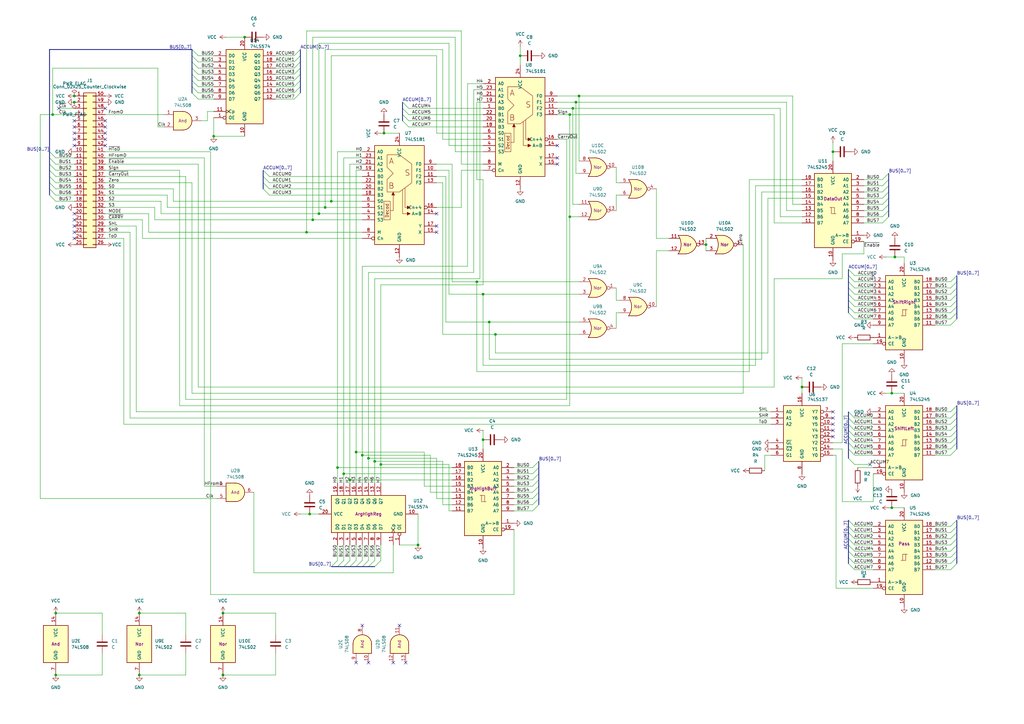
<source format=kicad_sch>
(kicad_sch (version 20250114) (generator "eeschema") (generator_version "9.0")
  (paper "A3")
  (title_block (title "ALU Module CPU8/16") (date "20/10/2025") (rev "1.0.0"))
  (junction (at 156.21 190.5))
  (junction (at 100.33 15.24))
  (junction (at 30.48 39.37))
  (junction (at 365.76 208.28))
  (junction (at 87.63 55.88))
  (junction (at 130.81 87.63))
  (junction (at 151.13 187.96))
  (junction (at 22.86 251.46))
  (junction (at 367.03 105.41))
  (junction (at 21.59 46.99))
  (junction (at 203.2 137.16))
  (junction (at 30.48 41.91))
  (junction (at 133.35 85.09))
  (junction (at 198.12 120.65))
  (junction (at 157.48 54.61))
  (junction (at 233.68 46.99))
  (junction (at 234.95 44.45))
  (junction (at 365.76 161.29))
  (junction (at 153.67 189.23))
  (junction (at 341.63 62.23))
  (junction (at 57.15 251.46))
  (junction (at 22.86 276.86))
  (junction (at 146.05 185.42))
  (junction (at 140.97 194.31))
  (junction (at 200.66 132.08))
  (junction (at 237.49 39.37))
  (junction (at 138.43 191.77))
  (junction (at 128.27 90.17))
  (junction (at 135.89 82.55))
  (junction (at 328.93 158.75))
  (junction (at 171.45 223.52))
  (junction (at 213.36 22.86))
  (junction (at 198.12 180.34))
  (junction (at 143.51 196.85))
  (junction (at 195.58 115.57))
  (junction (at 236.22 41.91))
  (junction (at 233.68 88.9))
  (junction (at 127 210.82))
  (junction (at 91.44 276.86))
  (junction (at 57.15 276.86))
  (junction (at 125.73 95.25))
  (junction (at 289.56 100.33))
  (junction (at 91.44 251.46))
  (junction (at 148.59 186.69))
  (no_connect (at 30.48 54.61))
  (no_connect (at 43.18 44.45))
  (no_connect (at 30.48 87.63))
  (no_connect (at 43.18 49.53))
  (no_connect (at 341.63 176.53))
  (no_connect (at 24.13 44.45))
  (no_connect (at 179.07 92.71))
  (no_connect (at 341.63 168.91))
  (no_connect (at 228.6 59.69))
  (no_connect (at 43.18 54.61))
  (no_connect (at 30.48 90.17))
  (no_connect (at 151.13 271.78))
  (no_connect (at 30.48 57.15))
  (no_connect (at 30.48 59.69))
  (no_connect (at 43.18 57.15))
  (no_connect (at 30.48 97.79))
  (no_connect (at 341.63 171.45))
  (no_connect (at 30.48 49.53))
  (no_connect (at 358.14 113.03))
  (no_connect (at 341.63 179.07))
  (no_connect (at 163.83 256.54))
  (no_connect (at 148.59 256.54))
  (no_connect (at 356.87 190.5))
  (no_connect (at 43.18 59.69))
  (no_connect (at 30.48 52.07))
  (no_connect (at 166.37 271.78))
  (no_connect (at 228.6 64.77))
  (no_connect (at 161.29 271.78))
  (no_connect (at 30.48 92.71))
  (no_connect (at 43.18 52.07))
  (no_connect (at 179.07 95.25))
  (no_connect (at 30.48 95.25))
  (no_connect (at 179.07 87.63))
  (no_connect (at 146.05 271.78))
  (no_connect (at 341.63 173.99))
  (no_connect (at 228.6 67.31))
  (bus_entry (at 347.98 120.65) (size 2.54 2.54))
  (bus_entry (at 392.43 115.57) (size -2.54 2.54))
  (bus_entry (at 347.98 171.45) (size 2.54 2.54))
  (bus_entry (at 78.74 38.1) (size 2.54 2.54))
  (bus_entry (at 78.74 33.02) (size 2.54 2.54))
  (bus_entry (at 347.98 213.36) (size 2.54 2.54))
  (bus_entry (at 20.32 74.93) (size 2.54 2.54))
  (bus_entry (at 392.43 218.44) (size -2.54 2.54))
  (bus_entry (at 392.43 223.52) (size -2.54 2.54))
  (bus_entry (at 392.43 231.14) (size -2.54 2.54))
  (bus_entry (at 20.32 67.31) (size 2.54 2.54))
  (bus_entry (at 364.49 71.12) (size -2.54 2.54))
  (bus_entry (at 78.74 35.56) (size 2.54 2.54))
  (bus_entry (at 107.95 69.85) (size 2.54 2.54))
  (bus_entry (at 364.49 88.9) (size -2.54 2.54))
  (bus_entry (at 347.98 223.52) (size 2.54 2.54))
  (bus_entry (at 220.98 199.39) (size -2.54 2.54))
  (bus_entry (at 347.98 184.15) (size 2.54 2.54))
  (bus_entry (at 165.1 41.91) (size 2.54 2.54))
  (bus_entry (at 20.32 80.01) (size 2.54 2.54))
  (bus_entry (at 364.49 86.36) (size -2.54 2.54))
  (bus_entry (at 392.43 113.03) (size -2.54 2.54))
  (bus_entry (at 107.95 74.93) (size 2.54 2.54))
  (bus_entry (at 347.98 218.44) (size 2.54 2.54))
  (bus_entry (at 78.74 20.32) (size 2.54 2.54))
  (bus_entry (at 123.19 38.1) (size -2.54 2.54))
  (bus_entry (at 20.32 72.39) (size 2.54 2.54))
  (bus_entry (at 347.98 123.19) (size 2.54 2.54))
  (bus_entry (at 392.43 128.27) (size -2.54 2.54))
  (bus_entry (at 347.98 173.99) (size 2.54 2.54))
  (bus_entry (at 220.98 207.01) (size -2.54 2.54))
  (bus_entry (at 347.98 226.06) (size 2.54 2.54))
  (bus_entry (at 20.32 69.85) (size 2.54 2.54))
  (bus_entry (at 135.89 232.41) (size 2.54 -2.54))
  (bus_entry (at 392.43 176.53) (size -2.54 2.54))
  (bus_entry (at 347.98 179.07) (size 2.54 2.54))
  (bus_entry (at 123.19 35.56) (size -2.54 2.54))
  (bus_entry (at 392.43 130.81) (size -2.54 2.54))
  (bus_entry (at 153.67 232.41) (size 2.54 -2.54))
  (bus_entry (at 392.43 213.36) (size -2.54 2.54))
  (bus_entry (at 123.19 33.02) (size -2.54 2.54))
  (bus_entry (at 392.43 168.91) (size -2.54 2.54))
  (bus_entry (at 123.19 22.86) (size -2.54 2.54))
  (bus_entry (at 392.43 228.6) (size -2.54 2.54))
  (bus_entry (at 220.98 189.23) (size -2.54 2.54))
  (bus_entry (at 392.43 220.98) (size -2.54 2.54))
  (bus_entry (at 347.98 168.91) (size 2.54 2.54))
  (bus_entry (at 392.43 173.99) (size -2.54 2.54))
  (bus_entry (at 392.43 123.19) (size -2.54 2.54))
  (bus_entry (at 347.98 115.57) (size 2.54 2.54))
  (bus_entry (at 138.43 232.41) (size 2.54 -2.54))
  (bus_entry (at 392.43 184.15) (size -2.54 2.54))
  (bus_entry (at 347.98 128.27) (size 2.54 2.54))
  (bus_entry (at 78.74 22.86) (size 2.54 2.54))
  (bus_entry (at 347.98 228.6) (size 2.54 2.54))
  (bus_entry (at 165.1 44.45) (size 2.54 2.54))
  (bus_entry (at 220.98 191.77) (size -2.54 2.54))
  (bus_entry (at 146.05 232.41) (size 2.54 -2.54))
  (bus_entry (at 392.43 226.06) (size -2.54 2.54))
  (bus_entry (at 123.19 27.94) (size -2.54 2.54))
  (bus_entry (at 107.95 77.47) (size 2.54 2.54))
  (bus_entry (at 347.98 181.61) (size 2.54 2.54))
  (bus_entry (at 392.43 118.11) (size -2.54 2.54))
  (bus_entry (at 347.98 118.11) (size 2.54 2.54))
  (bus_entry (at 347.98 220.98) (size 2.54 2.54))
  (bus_entry (at 347.98 231.14) (size 2.54 2.54))
  (bus_entry (at 123.19 20.32) (size -2.54 2.54))
  (bus_entry (at 392.43 125.73) (size -2.54 2.54))
  (bus_entry (at 347.98 187.96) (size 2.54 2.54))
  (bus_entry (at 364.49 83.82) (size -2.54 2.54))
  (bus_entry (at 220.98 194.31) (size -2.54 2.54))
  (bus_entry (at 364.49 76.2) (size -2.54 2.54))
  (bus_entry (at 151.13 232.41) (size 2.54 -2.54))
  (bus_entry (at 364.49 73.66) (size -2.54 2.54))
  (bus_entry (at 364.49 78.74) (size -2.54 2.54))
  (bus_entry (at 123.19 30.48) (size -2.54 2.54))
  (bus_entry (at 392.43 120.65) (size -2.54 2.54))
  (bus_entry (at 392.43 181.61) (size -2.54 2.54))
  (bus_entry (at 107.95 72.39) (size 2.54 2.54))
  (bus_entry (at 392.43 166.37) (size -2.54 2.54))
  (bus_entry (at 78.74 27.94) (size 2.54 2.54))
  (bus_entry (at 347.98 215.9) (size 2.54 2.54))
  (bus_entry (at 165.1 49.53) (size 2.54 2.54))
  (bus_entry (at 140.97 232.41) (size 2.54 -2.54))
  (bus_entry (at 78.74 25.4) (size 2.54 2.54))
  (bus_entry (at 20.32 62.23) (size 2.54 2.54))
  (bus_entry (at 220.98 201.93) (size -2.54 2.54))
  (bus_entry (at 392.43 171.45) (size -2.54 2.54))
  (bus_entry (at 347.98 125.73) (size 2.54 2.54))
  (bus_entry (at 143.51 232.41) (size 2.54 -2.54))
  (bus_entry (at 347.98 176.53) (size 2.54 2.54))
  (bus_entry (at 347.98 110.49) (size 2.54 2.54))
  (bus_entry (at 123.19 25.4) (size -2.54 2.54))
  (bus_entry (at 165.1 46.99) (size 2.54 2.54))
  (bus_entry (at 148.59 232.41) (size 2.54 -2.54))
  (bus_entry (at 220.98 204.47) (size -2.54 2.54))
  (bus_entry (at 20.32 77.47) (size 2.54 2.54))
  (bus_entry (at 347.98 113.03) (size 2.54 2.54))
  (bus_entry (at 392.43 215.9) (size -2.54 2.54))
  (bus_entry (at 220.98 196.85) (size -2.54 2.54))
  (bus_entry (at 392.43 179.07) (size -2.54 2.54))
  (bus_entry (at 78.74 30.48) (size 2.54 2.54))
  (bus_entry (at 364.49 81.28) (size -2.54 2.54))
  (bus_entry (at 20.32 64.77) (size 2.54 2.54))
  (bus (pts (xy 165.1 41.91) (xy 165.1 44.45)))
  (wire (pts (xy 76.2 72.39) (xy 43.18 72.39)))
  (wire (pts (xy 228.6 41.91) (xy 236.22 41.91)))
  (wire (pts (xy 389.89 128.27) (xy 383.54 128.27)))
  (wire (pts (xy 218.44 196.85) (xy 210.82 196.85)))
  (wire (pts (xy 325.12 83.82) (xy 328.93 83.82)))
  (wire (pts (xy 358.14 205.74) (xy 358.14 194.31)))
  (wire (pts (xy 389.89 231.14) (xy 383.54 231.14)))
  (wire (pts (xy 125.73 95.25) (xy 148.59 95.25)))
  (wire (pts (xy 50.8 173.99) (xy 50.8 97.79)))
  (wire (pts (xy 110.49 74.93) (xy 148.59 74.93)))
  (wire (pts (xy 43.18 92.71) (xy 55.88 92.71)))
  (wire (pts (xy 389.89 173.99) (xy 383.54 173.99)))
  (wire (pts (xy 21.59 27.94) (xy 64.77 27.94)))
  (wire (pts (xy 189.23 69.85) (xy 198.12 69.85)))
  (bus (pts (xy 151.13 232.41) (xy 153.67 232.41)))
  (wire (pts (xy 350.52 130.81) (xy 358.14 130.81)))
  (wire (pts (xy 389.89 176.53) (xy 383.54 176.53)))
  (wire (pts (xy 389.89 123.19) (xy 383.54 123.19)))
  (wire (pts (xy 153.67 229.87) (xy 153.67 223.52)))
  (wire (pts (xy 76.2 260.35) (xy 76.2 251.46)))
  (wire (pts (xy 351.79 191.77) (xy 358.14 191.77)))
  (wire (pts (xy 389.89 186.69) (xy 383.54 186.69)))
  (wire (pts (xy 203.2 137.16) (xy 203.2 144.78)))
  (wire (pts (xy 157.48 54.61) (xy 163.83 54.61)))
  (wire (pts (xy 389.89 181.61) (xy 383.54 181.61)))
  (wire (pts (xy 16.51 46.99) (xy 21.59 46.99)))
  (wire (pts (xy 228.6 46.99) (xy 233.68 46.99)))
  (wire (pts (xy 140.97 229.87) (xy 140.97 223.52)))
  (bus (pts (xy 364.49 78.74) (xy 364.49 81.28)))
  (bus (pts (xy 392.43 181.61) (xy 392.43 184.15)))
  (wire (pts (xy 354.33 104.14) (xy 354.33 99.06)))
  (bus (pts (xy 347.98 223.52) (xy 347.98 226.06)))
  (wire (pts (xy 22.86 74.93) (xy 30.48 74.93)))
  (wire (pts (xy 55.88 168.91) (xy 316.23 168.91)))
  (wire (pts (xy 92.71 15.24) (xy 100.33 15.24)))
  (wire (pts (xy 196.85 39.37) (xy 198.12 39.37)))
  (bus (pts (xy 392.43 125.73) (xy 392.43 128.27)))
  (bus (pts (xy 165.1 46.99) (xy 165.1 49.53)))
  (bus (pts (xy 347.98 171.45) (xy 347.98 173.99)))
  (wire (pts (xy 195.58 115.57) (xy 195.58 152.4)))
  (wire (pts (xy 91.44 251.46) (xy 113.03 251.46)))
  (wire (pts (xy 233.68 88.9) (xy 237.49 88.9)))
  (bus (pts (xy 392.43 113.03) (xy 392.43 115.57)))
  (wire (pts (xy 133.35 20.32) (xy 181.61 20.32)))
  (wire (pts (xy 130.81 17.78) (xy 184.15 17.78)))
  (wire (pts (xy 151.13 111.76) (xy 194.31 111.76)))
  (wire (pts (xy 363.22 105.41) (xy 367.03 105.41)))
  (wire (pts (xy 85.09 45.72) (xy 87.63 45.72)))
  (wire (pts (xy 138.43 191.77) (xy 138.43 62.23)))
  (wire (pts (xy 185.42 115.57) (xy 195.58 115.57)))
  (bus (pts (xy 364.49 76.2) (xy 364.49 78.74)))
  (wire (pts (xy 203.2 137.16) (xy 237.49 137.16)))
  (wire (pts (xy 252.73 134.62) (xy 252.73 128.27)))
  (wire (pts (xy 179.07 204.47) (xy 179.07 187.96)))
  (bus (pts (xy 347.98 179.07) (xy 347.98 181.61)))
  (wire (pts (xy 181.61 20.32) (xy 181.61 57.15)))
  (bus (pts (xy 392.43 228.6) (xy 392.43 231.14)))
  (wire (pts (xy 16.51 204.47) (xy 16.51 46.99)))
  (wire (pts (xy 68.58 85.09) (xy 133.35 85.09)))
  (wire (pts (xy 389.89 171.45) (xy 383.54 171.45)))
  (wire (pts (xy 113.03 30.48) (xy 120.65 30.48)))
  (wire (pts (xy 21.59 46.99) (xy 30.48 46.99)))
  (wire (pts (xy 151.13 198.12) (xy 151.13 187.96)))
  (wire (pts (xy 345.44 140.97) (xy 358.14 140.97)))
  (bus (pts (xy 347.98 123.19) (xy 347.98 125.73)))
  (wire (pts (xy 389.89 233.68) (xy 383.54 233.68)))
  (wire (pts (xy 113.03 33.02) (xy 120.65 33.02)))
  (wire (pts (xy 213.36 19.05) (xy 213.36 22.86)))
  (wire (pts (xy 66.04 87.63) (xy 130.81 87.63)))
  (wire (pts (xy 148.59 109.22) (xy 191.77 109.22)))
  (wire (pts (xy 198.12 116.84) (xy 198.12 73.66)))
  (wire (pts (xy 153.67 189.23) (xy 153.67 114.3)))
  (wire (pts (xy 304.8 161.29) (xy 78.74 161.29)))
  (bus (pts (xy 347.98 220.98) (xy 347.98 223.52)))
  (wire (pts (xy 110.49 80.01) (xy 148.59 80.01)))
  (bus (pts (xy 347.98 168.91) (xy 347.98 171.45)))
  (wire (pts (xy 138.43 229.87) (xy 138.43 223.52)))
  (wire (pts (xy 189.23 69.85) (xy 189.23 85.09)))
  (wire (pts (xy 151.13 229.87) (xy 151.13 223.52)))
  (wire (pts (xy 24.13 44.45) (xy 30.48 44.45)))
  (wire (pts (xy 87.63 48.26) (xy 87.63 55.88)))
  (wire (pts (xy 73.66 69.85) (xy 43.18 69.85)))
  (bus (pts (xy 78.74 22.86) (xy 78.74 25.4)))
  (wire (pts (xy 130.81 87.63) (xy 130.81 17.78)))
  (wire (pts (xy 143.51 67.31) (xy 143.51 196.85)))
  (wire (pts (xy 41.91 260.35) (xy 41.91 251.46)))
  (wire (pts (xy 86.36 243.84) (xy 210.82 243.84)))
  (wire (pts (xy 361.95 91.44) (xy 354.33 91.44)))
  (wire (pts (xy 43.18 46.99) (xy 67.31 46.99)))
  (wire (pts (xy 185.42 199.39) (xy 173.99 199.39)))
  (wire (pts (xy 151.13 187.96) (xy 151.13 111.76)))
  (wire (pts (xy 148.59 186.69) (xy 148.59 109.22)))
  (wire (pts (xy 81.28 33.02) (xy 87.63 33.02)))
  (wire (pts (xy 60.96 95.25) (xy 125.73 95.25)))
  (bus (pts (xy 123.19 33.02) (xy 123.19 35.56)))
  (wire (pts (xy 345.44 205.74) (xy 358.14 205.74)))
  (wire (pts (xy 233.68 46.99) (xy 317.5 46.99)))
  (wire (pts (xy 110.49 77.47) (xy 148.59 77.47)))
  (wire (pts (xy 181.61 57.15) (xy 198.12 57.15)))
  (wire (pts (xy 135.89 82.55) (xy 135.89 22.86)))
  (wire (pts (xy 198.12 120.65) (xy 237.49 120.65)))
  (wire (pts (xy 130.81 87.63) (xy 148.59 87.63)))
  (bus (pts (xy 347.98 110.49) (xy 347.98 113.03)))
  (wire (pts (xy 186.69 15.24) (xy 186.69 62.23)))
  (wire (pts (xy 233.68 46.99) (xy 233.68 88.9)))
  (wire (pts (xy 195.58 73.66) (xy 195.58 41.91)))
  (wire (pts (xy 389.89 179.07) (xy 383.54 179.07)))
  (wire (pts (xy 60.96 87.63) (xy 60.96 95.25)))
  (bus (pts (xy 364.49 71.12) (xy 364.49 73.66)))
  (wire (pts (xy 43.18 85.09) (xy 63.5 85.09)))
  (wire (pts (xy 143.51 196.85) (xy 143.51 198.12)))
  (bus (pts (xy 347.98 181.61) (xy 347.98 184.15)))
  (wire (pts (xy 53.34 171.45) (xy 316.23 171.45)))
  (wire (pts (xy 203.2 144.78) (xy 314.96 144.78)))
  (bus (pts (xy 107.95 72.39) (xy 107.95 74.93)))
  (bus (pts (xy 392.43 118.11) (xy 392.43 120.65)))
  (wire (pts (xy 161.29 234.95) (xy 161.29 223.52)))
  (wire (pts (xy 63.5 90.17) (xy 128.27 90.17)))
  (wire (pts (xy 153.67 114.3) (xy 196.85 114.3)))
  (wire (pts (xy 350.52 118.11) (xy 358.14 118.11)))
  (bus (pts (xy 392.43 128.27) (xy 392.43 130.81)))
  (wire (pts (xy 389.89 120.65) (xy 383.54 120.65)))
  (wire (pts (xy 83.82 199.39) (xy 88.9 199.39)))
  (wire (pts (xy 361.95 76.2) (xy 354.33 76.2)))
  (wire (pts (xy 358.14 215.9) (xy 350.52 215.9)))
  (bus (pts (xy 347.98 113.03) (xy 347.98 115.57)))
  (wire (pts (xy 78.74 161.29) (xy 78.74 74.93)))
  (wire (pts (xy 325.12 39.37) (xy 325.12 83.82)))
  (wire (pts (xy 236.22 71.12) (xy 237.49 71.12)))
  (wire (pts (xy 91.44 276.86) (xy 113.03 276.86)))
  (bus (pts (xy 347.98 226.06) (xy 347.98 228.6)))
  (wire (pts (xy 237.49 39.37) (xy 237.49 66.04)))
  (wire (pts (xy 82.55 49.53) (xy 85.09 49.53)))
  (wire (pts (xy 252.73 123.19) (xy 254 123.19)))
  (bus (pts (xy 220.98 191.77) (xy 220.98 194.31)))
  (wire (pts (xy 167.64 49.53) (xy 198.12 49.53)))
  (wire (pts (xy 312.42 147.32) (xy 312.42 78.74)))
  (bus (pts (xy 107.95 69.85) (xy 107.95 72.39)))
  (wire (pts (xy 320.04 88.9) (xy 328.93 88.9)))
  (wire (pts (xy 185.42 207.01) (xy 181.61 207.01)))
  (wire (pts (xy 389.89 168.91) (xy 383.54 168.91)))
  (wire (pts (xy 184.15 17.78) (xy 184.15 59.69)))
  (wire (pts (xy 41.91 251.46) (xy 22.86 251.46)))
  (wire (pts (xy 85.09 45.72) (xy 85.09 49.53)))
  (wire (pts (xy 76.2 276.86) (xy 57.15 276.86)))
  (wire (pts (xy 341.63 58.42) (xy 341.63 62.23)))
  (wire (pts (xy 361.95 81.28) (xy 354.33 81.28)))
  (wire (pts (xy 104.14 234.95) (xy 161.29 234.95)))
  (wire (pts (xy 133.35 85.09) (xy 148.59 85.09)))
  (wire (pts (xy 43.18 62.23) (xy 86.36 62.23)))
  (wire (pts (xy 58.42 90.17) (xy 58.42 97.79)))
  (wire (pts (xy 309.88 149.86) (xy 309.88 76.2)))
  (wire (pts (xy 341.63 184.15) (xy 345.44 184.15)))
  (wire (pts (xy 195.58 152.4) (xy 307.34 152.4)))
  (wire (pts (xy 128.27 90.17) (xy 148.59 90.17)))
  (bus (pts (xy 347.98 184.15) (xy 347.98 187.96)))
  (wire (pts (xy 113.03 260.35) (xy 113.03 251.46)))
  (wire (pts (xy 182.88 132.08) (xy 200.66 132.08)))
  (wire (pts (xy 198.12 149.86) (xy 309.88 149.86)))
  (wire (pts (xy 179.07 187.96) (xy 151.13 187.96)))
  (wire (pts (xy 342.9 186.69) (xy 341.63 186.69)))
  (wire (pts (xy 351.79 238.76) (xy 350.52 238.76)))
  (wire (pts (xy 22.86 67.31) (xy 30.48 67.31)))
  (wire (pts (xy 140.97 194.31) (xy 185.42 194.31)))
  (wire (pts (xy 320.04 44.45) (xy 320.04 88.9)))
  (wire (pts (xy 127 210.82) (xy 130.81 210.82)))
  (wire (pts (xy 146.05 69.85) (xy 148.59 69.85)))
  (wire (pts (xy 179.07 69.85) (xy 184.15 69.85)))
  (wire (pts (xy 184.15 69.85) (xy 184.15 120.65)))
  (bus (pts (xy 220.98 189.23) (xy 220.98 191.77)))
  (wire (pts (xy 317.5 91.44) (xy 328.93 91.44)))
  (wire (pts (xy 146.05 198.12) (xy 146.05 185.42)))
  (bus (pts (xy 20.32 77.47) (xy 20.32 80.01)))
  (wire (pts (xy 218.44 204.47) (xy 210.82 204.47)))
  (wire (pts (xy 143.51 196.85) (xy 185.42 196.85)))
  (wire (pts (xy 237.49 39.37) (xy 325.12 39.37)))
  (wire (pts (xy 43.18 82.55) (xy 66.04 82.55)))
  (bus (pts (xy 123.19 20.32) (xy 123.19 22.86)))
  (bus (pts (xy 220.98 201.93) (xy 220.98 204.47)))
  (wire (pts (xy 153.67 198.12) (xy 153.67 189.23)))
  (wire (pts (xy 63.5 85.09) (xy 63.5 90.17)))
  (wire (pts (xy 143.51 67.31) (xy 148.59 67.31)))
  (wire (pts (xy 113.03 276.86) (xy 113.03 267.97)))
  (wire (pts (xy 252.73 118.11) (xy 252.73 123.19)))
  (bus (pts (xy 123.19 22.86) (xy 123.19 25.4)))
  (wire (pts (xy 189.23 12.7) (xy 189.23 67.31)))
  (wire (pts (xy 22.86 82.55) (xy 30.48 82.55)))
  (wire (pts (xy 234.95 44.45) (xy 320.04 44.45)))
  (wire (pts (xy 186.69 62.23) (xy 198.12 62.23)))
  (wire (pts (xy 198.12 73.66) (xy 195.58 73.66)))
  (wire (pts (xy 389.89 118.11) (xy 383.54 118.11)))
  (wire (pts (xy 269.24 125.73) (xy 269.24 102.87)))
  (wire (pts (xy 389.89 215.9) (xy 383.54 215.9)))
  (wire (pts (xy 317.5 46.99) (xy 317.5 91.44)))
  (wire (pts (xy 73.66 166.37) (xy 73.66 69.85)))
  (bus (pts (xy 347.98 215.9) (xy 347.98 218.44)))
  (wire (pts (xy 66.04 82.55) (xy 66.04 87.63)))
  (wire (pts (xy 341.63 62.23) (xy 341.63 66.04)))
  (wire (pts (xy 148.59 229.87) (xy 148.59 223.52)))
  (wire (pts (xy 389.89 115.57) (xy 383.54 115.57)))
  (wire (pts (xy 218.44 199.39) (xy 210.82 199.39)))
  (wire (pts (xy 181.61 207.01) (xy 181.61 189.23)))
  (wire (pts (xy 361.95 88.9) (xy 354.33 88.9)))
  (wire (pts (xy 358.14 171.45) (xy 350.52 171.45)))
  (wire (pts (xy 218.44 194.31) (xy 210.82 194.31)))
  (wire (pts (xy 269.24 77.47) (xy 269.24 97.79)))
  (wire (pts (xy 184.15 59.69) (xy 198.12 59.69)))
  (wire (pts (xy 345.44 114.3) (xy 345.44 104.14)))
  (wire (pts (xy 123.19 210.82) (xy 127 210.82)))
  (wire (pts (xy 342.9 241.3) (xy 358.14 241.3)))
  (wire (pts (xy 87.63 55.88) (xy 100.33 55.88)))
  (bus (pts (xy 20.32 74.93) (xy 20.32 77.47)))
  (wire (pts (xy 328.93 154.94) (xy 328.93 158.75)))
  (bus (pts (xy 392.43 220.98) (xy 392.43 223.52)))
  (wire (pts (xy 181.61 137.16) (xy 203.2 137.16)))
  (wire (pts (xy 350.52 123.19) (xy 358.14 123.19)))
  (wire (pts (xy 252.73 74.93) (xy 254 74.93)))
  (wire (pts (xy 43.18 80.01) (xy 68.58 80.01)))
  (wire (pts (xy 76.2 267.97) (xy 76.2 276.86)))
  (wire (pts (xy 345.44 181.61) (xy 345.44 140.97)))
  (wire (pts (xy 125.73 12.7) (xy 189.23 12.7)))
  (bus (pts (xy 392.43 179.07) (xy 392.43 181.61)))
  (wire (pts (xy 358.14 226.06) (xy 350.52 226.06)))
  (wire (pts (xy 189.23 67.31) (xy 198.12 67.31)))
  (wire (pts (xy 140.97 64.77) (xy 148.59 64.77)))
  (wire (pts (xy 128.27 15.24) (xy 186.69 15.24)))
  (wire (pts (xy 191.77 109.22) (xy 191.77 34.29)))
  (wire (pts (xy 252.73 68.58) (xy 252.73 74.93)))
  (wire (pts (xy 181.61 189.23) (xy 153.67 189.23)))
  (wire (pts (xy 184.15 190.5) (xy 156.21 190.5)))
  (bus (pts (xy 146.05 232.41) (xy 148.59 232.41)))
  (wire (pts (xy 233.68 88.9) (xy 233.68 166.37)))
  (bus (pts (xy 392.43 171.45) (xy 392.43 173.99)))
  (wire (pts (xy 185.42 204.47) (xy 179.07 204.47)))
  (wire (pts (xy 182.88 72.39) (xy 182.88 132.08)))
  (wire (pts (xy 113.03 35.56) (xy 120.65 35.56)))
  (bus (pts (xy 392.43 213.36) (xy 392.43 215.9)))
  (bus (pts (xy 20.32 72.39) (xy 20.32 74.93)))
  (wire (pts (xy 146.05 229.87) (xy 146.05 223.52)))
  (wire (pts (xy 113.03 27.94) (xy 120.65 27.94)))
  (wire (pts (xy 171.45 223.52) (xy 163.83 223.52)))
  (wire (pts (xy 81.28 30.48) (xy 87.63 30.48)))
  (wire (pts (xy 148.59 198.12) (xy 148.59 186.69)))
  (wire (pts (xy 16.51 204.47) (xy 88.9 204.47)))
  (wire (pts (xy 234.95 44.45) (xy 234.95 83.82)))
  (wire (pts (xy 350.52 125.73) (xy 358.14 125.73)))
  (wire (pts (xy 358.14 228.6) (xy 350.52 228.6)))
  (wire (pts (xy 22.86 77.47) (xy 30.48 77.47)))
  (wire (pts (xy 198.12 180.34) (xy 198.12 184.15)))
  (wire (pts (xy 64.77 52.07) (xy 67.31 52.07)))
  (wire (pts (xy 194.31 111.76) (xy 194.31 36.83)))
  (wire (pts (xy 350.52 128.27) (xy 358.14 128.27)))
  (wire (pts (xy 370.84 105.41) (xy 370.84 107.95)))
  (bus (pts (xy 148.59 232.41) (xy 151.13 232.41)))
  (wire (pts (xy 43.18 74.93) (xy 78.74 74.93)))
  (wire (pts (xy 156.21 116.84) (xy 198.12 116.84)))
  (bus (pts (xy 347.98 173.99) (xy 347.98 176.53)))
  (wire (pts (xy 173.99 199.39) (xy 173.99 185.42)))
  (wire (pts (xy 358.14 223.52) (xy 350.52 223.52)))
  (wire (pts (xy 307.34 193.04) (xy 306.07 193.04)))
  (wire (pts (xy 195.58 115.57) (xy 237.49 115.57)))
  (wire (pts (xy 189.23 85.09) (xy 179.07 85.09)))
  (wire (pts (xy 181.61 74.93) (xy 179.07 74.93)))
  (wire (pts (xy 182.88 72.39) (xy 179.07 72.39)))
  (wire (pts (xy 304.8 100.33) (xy 304.8 161.29)))
  (bus (pts (xy 138.43 232.41) (xy 140.97 232.41)))
  (wire (pts (xy 43.18 90.17) (xy 58.42 90.17)))
  (wire (pts (xy 43.18 95.25) (xy 53.34 95.25)))
  (wire (pts (xy 389.89 133.35) (xy 383.54 133.35)))
  (wire (pts (xy 228.6 39.37) (xy 237.49 39.37)))
  (bus (pts (xy 364.49 83.82) (xy 364.49 86.36)))
  (wire (pts (xy 358.14 181.61) (xy 350.52 181.61)))
  (bus (pts (xy 392.43 120.65) (xy 392.43 123.19)))
  (bus (pts (xy 392.43 168.91) (xy 392.43 171.45)))
  (wire (pts (xy 43.18 64.77) (xy 83.82 64.77)))
  (wire (pts (xy 322.58 86.36) (xy 328.93 86.36)))
  (wire (pts (xy 133.35 85.09) (xy 133.35 20.32)))
  (wire (pts (xy 317.5 114.3) (xy 317.5 158.75)))
  (wire (pts (xy 43.18 67.31) (xy 81.28 67.31)))
  (wire (pts (xy 312.42 78.74) (xy 328.93 78.74)))
  (wire (pts (xy 194.31 36.83) (xy 198.12 36.83)))
  (wire (pts (xy 113.03 22.86) (xy 120.65 22.86)))
  (wire (pts (xy 146.05 185.42) (xy 146.05 69.85)))
  (wire (pts (xy 128.27 90.17) (xy 128.27 15.24)))
  (bus (pts (xy 123.19 25.4) (xy 123.19 27.94)))
  (wire (pts (xy 196.85 114.3) (xy 196.85 39.37)))
  (wire (pts (xy 156.21 54.61) (xy 157.48 54.61)))
  (wire (pts (xy 309.88 76.2) (xy 328.93 76.2)))
  (wire (pts (xy 138.43 191.77) (xy 185.42 191.77)))
  (wire (pts (xy 185.42 209.55) (xy 184.15 209.55)))
  (wire (pts (xy 367.03 105.41) (xy 370.84 105.41)))
  (bus (pts (xy 220.98 204.47) (xy 220.98 207.01)))
  (wire (pts (xy 210.82 243.84) (xy 210.82 217.17)))
  (bus (pts (xy 78.74 27.94) (xy 78.74 30.48)))
  (bus (pts (xy 165.1 44.45) (xy 165.1 46.99)))
  (wire (pts (xy 236.22 41.91) (xy 322.58 41.91)))
  (wire (pts (xy 236.22 41.91) (xy 236.22 71.12)))
  (wire (pts (xy 345.44 184.15) (xy 345.44 205.74)))
  (wire (pts (xy 200.66 147.32) (xy 312.42 147.32)))
  (wire (pts (xy 184.15 209.55) (xy 184.15 190.5)))
  (wire (pts (xy 184.15 120.65) (xy 198.12 120.65)))
  (wire (pts (xy 213.36 22.86) (xy 213.36 26.67)))
  (wire (pts (xy 252.73 86.36) (xy 252.73 80.01)))
  (wire (pts (xy 350.52 113.03) (xy 358.14 113.03)))
  (wire (pts (xy 342.9 186.69) (xy 342.9 241.3)))
  (bus (pts (xy 123.19 27.94) (xy 123.19 30.48)))
  (wire (pts (xy 232.41 163.83) (xy 76.2 163.83)))
  (wire (pts (xy 140.97 194.31) (xy 140.97 64.77)))
  (bus (pts (xy 107.95 74.93) (xy 107.95 77.47)))
  (wire (pts (xy 307.34 73.66) (xy 328.93 73.66)))
  (wire (pts (xy 179.07 22.86) (xy 179.07 54.61)))
  (wire (pts (xy 50.8 173.99) (xy 316.23 173.99)))
  (bus (pts (xy 364.49 73.66) (xy 364.49 76.2)))
  (wire (pts (xy 361.95 78.74) (xy 354.33 78.74)))
  (wire (pts (xy 21.59 46.99) (xy 21.59 27.94)))
  (bus (pts (xy 78.74 25.4) (xy 78.74 27.94)))
  (wire (pts (xy 218.44 207.01) (xy 210.82 207.01)))
  (wire (pts (xy 358.14 233.68) (xy 350.52 233.68)))
  (wire (pts (xy 389.89 220.98) (xy 383.54 220.98)))
  (wire (pts (xy 185.42 67.31) (xy 185.42 115.57)))
  (wire (pts (xy 389.89 218.44) (xy 383.54 218.44)))
  (wire (pts (xy 104.14 201.93) (xy 104.14 234.95)))
  (wire (pts (xy 81.28 25.4) (xy 87.63 25.4)))
  (wire (pts (xy 341.63 181.61) (xy 345.44 181.61)))
  (wire (pts (xy 43.18 87.63) (xy 60.96 87.63)))
  (bus (pts (xy 392.43 173.99) (xy 392.43 176.53)))
  (wire (pts (xy 350.52 190.5) (xy 356.87 190.5)))
  (wire (pts (xy 389.89 184.15) (xy 383.54 184.15)))
  (wire (pts (xy 22.86 69.85) (xy 30.48 69.85)))
  (wire (pts (xy 156.21 229.87) (xy 156.21 223.52)))
  (wire (pts (xy 71.12 77.47) (xy 71.12 82.55)))
  (wire (pts (xy 200.66 132.08) (xy 237.49 132.08)))
  (wire (pts (xy 71.12 82.55) (xy 135.89 82.55)))
  (wire (pts (xy 358.14 184.15) (xy 350.52 184.15)))
  (wire (pts (xy 167.64 52.07) (xy 198.12 52.07)))
  (bus (pts (xy 78.74 35.56) (xy 78.74 38.1)))
  (wire (pts (xy 167.64 46.99) (xy 198.12 46.99)))
  (bus (pts (xy 20.32 20.32) (xy 20.32 62.23)))
  (wire (pts (xy 113.03 25.4) (xy 120.65 25.4)))
  (wire (pts (xy 113.03 40.64) (xy 120.65 40.64)))
  (wire (pts (xy 228.6 44.45) (xy 234.95 44.45)))
  (wire (pts (xy 41.91 267.97) (xy 41.91 276.86)))
  (wire (pts (xy 252.73 80.01) (xy 254 80.01)))
  (wire (pts (xy 76.2 163.83) (xy 76.2 72.39)))
  (wire (pts (xy 176.53 201.93) (xy 176.53 186.69)))
  (wire (pts (xy 22.86 64.77) (xy 30.48 64.77)))
  (wire (pts (xy 81.28 158.75) (xy 81.28 67.31)))
  (wire (pts (xy 313.69 186.69) (xy 316.23 186.69)))
  (wire (pts (xy 113.03 38.1) (xy 120.65 38.1)))
  (bus (pts (xy 347.98 228.6) (xy 347.98 231.14)))
  (wire (pts (xy 289.56 100.33) (xy 289.56 97.79)))
  (wire (pts (xy 81.28 35.56) (xy 87.63 35.56)))
  (wire (pts (xy 22.86 72.39) (xy 30.48 72.39)))
  (wire (pts (xy 218.44 209.55) (xy 210.82 209.55)))
  (wire (pts (xy 307.34 152.4) (xy 307.34 73.66)))
  (wire (pts (xy 156.21 190.5) (xy 156.21 198.12)))
  (wire (pts (xy 361.95 86.36) (xy 354.33 86.36)))
  (wire (pts (xy 110.49 72.39) (xy 148.59 72.39)))
  (wire (pts (xy 156.21 116.84) (xy 156.21 190.5)))
  (wire (pts (xy 389.89 226.06) (xy 383.54 226.06)))
  (wire (pts (xy 138.43 62.23) (xy 148.59 62.23)))
  (wire (pts (xy 314.96 144.78) (xy 314.96 81.28)))
  (wire (pts (xy 269.24 97.79) (xy 274.32 97.79)))
  (wire (pts (xy 58.42 97.79) (xy 148.59 97.79)))
  (bus (pts (xy 78.74 20.32) (xy 78.74 22.86)))
  (wire (pts (xy 361.95 73.66) (xy 354.33 73.66)))
  (wire (pts (xy 135.89 82.55) (xy 148.59 82.55)))
  (wire (pts (xy 358.14 176.53) (xy 350.52 176.53)))
  (wire (pts (xy 218.44 201.93) (xy 210.82 201.93)))
  (bus (pts (xy 347.98 118.11) (xy 347.98 120.65)))
  (bus (pts (xy 140.97 232.41) (xy 143.51 232.41)))
  (wire (pts (xy 171.45 210.82) (xy 171.45 223.52)))
  (wire (pts (xy 198.12 176.53) (xy 198.12 180.34)))
  (bus (pts (xy 20.32 64.77) (xy 20.32 67.31)))
  (bus (pts (xy 364.49 81.28) (xy 364.49 83.82)))
  (wire (pts (xy 125.73 95.25) (xy 125.73 12.7)))
  (bus (pts (xy 78.74 33.02) (xy 78.74 35.56)))
  (wire (pts (xy 81.28 27.94) (xy 87.63 27.94)))
  (wire (pts (xy 358.14 218.44) (xy 350.52 218.44)))
  (wire (pts (xy 289.56 102.87) (xy 289.56 100.33)))
  (wire (pts (xy 179.07 67.31) (xy 185.42 67.31)))
  (wire (pts (xy 68.58 80.01) (xy 68.58 85.09)))
  (wire (pts (xy 143.51 223.52) (xy 143.51 229.87)))
  (wire (pts (xy 269.24 102.87) (xy 274.32 102.87)))
  (wire (pts (xy 314.96 81.28) (xy 328.93 81.28)))
  (wire (pts (xy 86.36 62.23) (xy 86.36 243.84)))
  (bus (pts (xy 392.43 166.37) (xy 392.43 168.91)))
  (wire (pts (xy 389.89 223.52) (xy 383.54 223.52)))
  (wire (pts (xy 53.34 95.25) (xy 53.34 171.45)))
  (bus (pts (xy 220.98 196.85) (xy 220.98 199.39)))
  (bus (pts (xy 392.43 123.19) (xy 392.43 125.73)))
  (bus (pts (xy 220.98 194.31) (xy 220.98 196.85)))
  (wire (pts (xy 364.49 208.28) (xy 365.76 208.28)))
  (bus (pts (xy 78.74 30.48) (xy 78.74 33.02)))
  (wire (pts (xy 200.66 132.08) (xy 200.66 147.32)))
  (wire (pts (xy 350.52 120.65) (xy 358.14 120.65)))
  (bus (pts (xy 123.19 35.56) (xy 123.19 38.1)))
  (wire (pts (xy 350.52 115.57) (xy 358.14 115.57)))
  (bus (pts (xy 347.98 120.65) (xy 347.98 123.19)))
  (wire (pts (xy 252.73 128.27) (xy 254 128.27)))
  (wire (pts (xy 167.64 44.45) (xy 198.12 44.45)))
  (wire (pts (xy 41.91 276.86) (xy 22.86 276.86)))
  (wire (pts (xy 81.28 40.64) (xy 87.63 40.64)))
  (wire (pts (xy 317.5 158.75) (xy 81.28 158.75)))
  (bus (pts (xy 392.43 215.9) (xy 392.43 218.44)))
  (bus (pts (xy 347.98 176.53) (xy 347.98 179.07)))
  (bus (pts (xy 123.19 30.48) (xy 123.19 33.02)))
  (wire (pts (xy 389.89 228.6) (xy 383.54 228.6)))
  (wire (pts (xy 365.76 208.28) (xy 370.84 208.28)))
  (wire (pts (xy 22.86 80.01) (xy 30.48 80.01)))
  (bus (pts (xy 392.43 223.52) (xy 392.43 226.06)))
  (wire (pts (xy 361.95 83.82) (xy 354.33 83.82)))
  (bus (pts (xy 392.43 176.53) (xy 392.43 179.07)))
  (wire (pts (xy 191.77 34.29) (xy 198.12 34.29)))
  (wire (pts (xy 176.53 186.69) (xy 148.59 186.69)))
  (wire (pts (xy 389.89 125.73) (xy 383.54 125.73)))
  (bus (pts (xy 20.32 20.32) (xy 78.74 20.32)))
  (bus (pts (xy 220.98 199.39) (xy 220.98 201.93)))
  (wire (pts (xy 140.97 198.12) (xy 140.97 194.31)))
  (wire (pts (xy 185.42 201.93) (xy 176.53 201.93)))
  (wire (pts (xy 358.14 179.07) (xy 350.52 179.07)))
  (wire (pts (xy 195.58 41.91) (xy 198.12 41.91)))
  (bus (pts (xy 135.89 232.41) (xy 138.43 232.41)))
  (wire (pts (xy 138.43 198.12) (xy 138.43 191.77)))
  (bus (pts (xy 143.51 232.41) (xy 146.05 232.41)))
  (wire (pts (xy 313.69 193.04) (xy 313.69 186.69)))
  (bus (pts (xy 347.98 213.36) (xy 347.98 215.9)))
  (wire (pts (xy 328.93 158.75) (xy 328.93 161.29)))
  (bus (pts (xy 392.43 218.44) (xy 392.43 220.98)))
  (wire (pts (xy 358.14 186.69) (xy 350.52 186.69)))
  (wire (pts (xy 55.88 92.71) (xy 55.88 168.91)))
  (wire (pts (xy 181.61 74.93) (xy 181.61 137.16)))
  (wire (pts (xy 389.89 130.81) (xy 383.54 130.81)))
  (wire (pts (xy 179.07 54.61) (xy 198.12 54.61)))
  (bus (pts (xy 364.49 86.36) (xy 364.49 88.9)))
  (wire (pts (xy 43.18 77.47) (xy 71.12 77.47)))
  (bus (pts (xy 20.32 69.85) (xy 20.32 72.39)))
  (wire (pts (xy 135.89 22.86) (xy 179.07 22.86)))
  (wire (pts (xy 81.28 38.1) (xy 87.63 38.1)))
  (wire (pts (xy 81.28 22.86) (xy 87.63 22.86)))
  (bus (pts (xy 20.32 62.23) (xy 20.32 64.77)))
  (wire (pts (xy 233.68 166.37) (xy 73.66 166.37)))
  (wire (pts (xy 317.5 114.3) (xy 345.44 114.3)))
  (wire (pts (xy 365.76 161.29) (xy 370.84 161.29)))
  (wire (pts (xy 50.8 97.79) (xy 43.18 97.79)))
  (wire (pts (xy 218.44 191.77) (xy 210.82 191.77)))
  (bus (pts (xy 347.98 218.44) (xy 347.98 220.98)))
  (wire (pts (xy 358.14 220.98) (xy 350.52 220.98)))
  (wire (pts (xy 83.82 64.77) (xy 83.82 199.39)))
  (wire (pts (xy 234.95 83.82) (xy 237.49 83.82)))
  (wire (pts (xy 228.6 57.15) (xy 232.41 57.15)))
  (wire (pts (xy 322.58 41.91) (xy 322.58 86.36)))
  (bus (pts (xy 392.43 115.57) (xy 392.43 118.11)))
  (wire (pts (xy 358.14 173.99) (xy 350.52 173.99)))
  (wire (pts (xy 345.44 104.14) (xy 354.33 104.14)))
  (wire (pts (xy 198.12 120.65) (xy 198.12 149.86)))
  (bus (pts (xy 347.98 125.73) (xy 347.98 128.27)))
  (wire (pts (xy 64.77 27.94) (xy 64.77 52.07)))
  (wire (pts (xy 76.2 251.46) (xy 57.15 251.46)))
  (wire (pts (xy 146.05 185.42) (xy 173.99 185.42)))
  (wire (pts (xy 363.22 161.29) (xy 365.76 161.29)))
  (wire (pts (xy 358.14 231.14) (xy 350.52 231.14)))
  (wire (pts (xy 232.41 57.15) (xy 232.41 163.83)))
  (bus (pts (xy 347.98 115.57) (xy 347.98 118.11)))
  (bus (pts (xy 392.43 226.06) (xy 392.43 228.6)))
  (bus (pts (xy 20.32 67.31) (xy 20.32 69.85)))
  (label "ACCUM1" (at 351.79 115.57 0))
  (label "BUS1" (at 388.62 171.45 180))
  (label "Clk" (at 87.63 204.47 180))
  (label "ACCUM3" (at 111.76 80.01 0))
  (label "BUS6" (at 217.17 207.01 180))
  (label "BUS3" (at 388.62 176.53 180))
  (label "ACCUM3" (at 113.03 30.48 0))
  (label "SHL" (at 314.96 168.91 180))
  (label "BUS[0..7]" (at 78.74 20.32 180))
  (label "BUS2" (at 388.62 120.65 180))
  (label "ACCUM[0..7]" (at 165.1 41.91 0))
  (label "BUS[0..7]" (at 220.98 189.23 0))
  (label "MODE" (at 44.45 87.63 0))
  (label "BUS3" (at 24.13 72.39 0))
  (label "H4" (at 148.59 198.12 90))
  (label "ACCUM2" (at 113.03 27.94 0))
  (label "H2" (at 148.59 67.31 180))
  (label "~{Enable}" (at 44.45 67.31 0))
  (label "H3" (at 148.59 69.85 180))
  (label "ACCUM5" (at 351.79 125.73 0))
  (label "SHR" (at 44.45 95.25 0))
  (label "BUS3" (at 146.05 228.6 90))
  (label "BUS7" (at 217.17 209.55 180))
  (label "BUS6" (at 388.62 231.14 180))
  (label "ACCUM2" (at 351.79 118.11 0))
  (label "ACCUM5" (at 358.14 228.6 180))
  (label "~{CarryOut}" (at 228.6 57.15 0))
  (label "BUS1" (at 388.62 218.44 180))
  (label "ACCUM5" (at 113.03 35.56 0))
  (label "BUS6" (at 388.62 130.81 180))
  (label "BUS4" (at 148.59 228.6 90))
  (label "BUS6" (at 360.68 88.9 180))
  (label "BUS6" (at 82.55 38.1 0))
  (label "H7" (at 156.21 198.12 90))
  (label "H2" (at 143.51 198.12 90))
  (label "BUS7" (at 388.62 233.68 180))
  (label "S3" (at 44.45 85.09 0))
  (label "H6" (at 153.67 198.12 90))
  (label "~{Enable}" (at 354.33 101.6 0))
  (label "BUS0" (at 138.43 228.6 90))
  (label "BUS7" (at 388.62 186.69 180))
  (label "ACCUM5" (at 168.91 46.99 0))
  (label "ACCUM[0..7]" (at 347.98 170.18 270))
  (label "ACCUM0" (at 113.03 22.86 0))
  (label "HFromD" (at 44.45 64.77 0))
  (label "ACCUM1" (at 113.03 25.4 0))
  (label "BUS1" (at 360.68 76.2 180))
  (label "BUS[0..7]" (at 135.89 232.41 180))
  (label "ACCUM6" (at 113.03 38.1 0))
  (label "BUS3" (at 388.62 123.19 180))
  (label "BUS7" (at 24.13 82.55 0))
  (label "ACCUM6" (at 351.79 128.27 0))
  (label "H5" (at 198.12 36.83 180))
  (label "ACCUM[0..7]" (at 347.98 213.36 270))
  (label "Zero" (at 44.45 74.93 0))
  (label "ACCUM3" (at 358.14 223.52 180))
  (label "BUS2" (at 388.62 173.99 180))
  (label "BUS4" (at 388.62 125.73 180))
  (label "ACCUM2" (at 358.14 220.98 180))
  (label "H1" (at 148.59 64.77 180))
  (label "H0" (at 138.43 198.12 90))
  (label "BUS1" (at 24.13 67.31 0))
  (label "BUS0" (at 24.13 64.77 0))
  (label "SHR" (at 311.15 171.45 0))
  (label "Clk" (at 64.77 52.07 0))
  (label "ACCUM[0..7]" (at 123.19 20.32 0))
  (label "ACCUM0" (at 358.14 171.45 180))
  (label "BUS7" (at 156.21 228.6 90))
  (label "BUS[0..7]" (at 364.49 71.12 0))
  (label "BUS2" (at 143.51 228.6 90))
  (label "~{CARRY}" (at 44.45 90.17 0))
  (label "ACCUM[0..7]" (at 347.98 110.49 0))
  (label "ACCUM4" (at 350.52 226.06 0))
  (label "H0" (at 148.59 62.23 180))
  (label "ACCUM1" (at 358.14 173.99 180))
  (label "BUS2" (at 388.62 220.98 180))
  (label "BUS4" (at 388.62 179.07 180))
  (label "BUS3" (at 82.55 30.48 0))
  (label "BUS6" (at 388.62 184.15 180))
  (label "H5" (at 151.13 198.12 90))
  (label "H4" (at 198.12 34.29 180))
  (label "BUS4" (at 388.62 226.06 180))
  (label "HFromD" (at 83.82 199.39 0))
  (label "ACCUM0" (at 111.76 72.39 0))
  (label "BUS[0..7]" (at 392.43 213.36 0))
  (label "BUS7" (at 360.68 91.44 180))
  (label "Clk" (at 24.13 46.99 0))
  (label "BUS6" (at 153.67 228.6 90))
  (label "ACCUM7" (at 358.14 233.68 180))
  (label "BUS1" (at 217.17 194.31 180))
  (label "ACCUM5" (at 358.14 184.15 180))
  (label "ACCUM7" (at 351.79 130.81 0))
  (label "BUS5" (at 388.62 128.27 180))
  (label "BUS3" (at 388.62 223.52 180))
  (label "BUS7" (at 388.62 133.35 180))
  (label "FromD" (at 44.45 46.99 0))
  (label "BUS[0..7]" (at 20.32 62.23 180))
  (label "BUS2" (at 360.68 78.74 180))
  (label "H3" (at 146.05 198.12 90))
  (label "ACCUM6" (at 168.91 49.53 0))
  (label "BUS4" (at 24.13 74.93 0))
  (label "BUS[0..7]" (at 392.43 113.03 0))
  (label "BUS5" (at 388.62 228.6 180))
  (label "H1" (at 140.97 198.12 90))
  (label "ACCUM0" (at 358.14 215.9 180))
  (label "ACCUM6" (at 358.14 186.69 180))
  (label "ToD" (at 44.45 97.79 0))
  (label "BUS0" (at 360.68 73.66 180))
  (label "BUS0" (at 388.62 115.57 180))
  (label "BUS2" (at 217.17 196.85 180))
  (label "ACCUM3" (at 351.79 120.65 0))
  (label "BUS3" (at 360.68 81.28 180))
  (label "ACCUM1" (at 111.76 74.93 0))
  (label "ACCUM4" (at 351.79 123.19 0))
  (label "SHL" (at 44.45 92.71 0))
  (label "BUS2" (at 24.13 69.85 0))
  (label "S1" (at 44.45 80.01 0))
  (label "ACCUM[0..7]" (at 107.95 69.85 0))
  (label "BUS4" (at 360.68 83.82 180))
  (label "BUS5" (at 82.55 35.56 0))
  (label "H7" (at 198.12 41.91 180))
  (label "BUS1" (at 388.62 118.11 180))
  (label "Zero" (at 304.8 100.33 90))
  (label "BUS5" (at 217.17 204.47 180))
  (label "~{CarryOut}" (at 44.45 72.39 0))
  (label "BUS6" (at 24.13 80.01 0))
  (label "ACCUM7" (at 356.87 190.5 0))
  (label "ACCUM7" (at 168.91 52.07 0))
  (label "BUS0" (at 388.62 168.91 180))
  (label "S0" (at 44.45 77.47 0))
  (label "ACCUM1" (at 358.14 218.44 180))
  (label "BUS1" (at 140.97 228.6 90))
  (label "BUS7" (at 82.55 40.64 0))
  (label "BUS4" (at 82.55 33.02 0))
  (label "ToD" (at 311.15 173.99 0))
  (label "ACCUM0" (at 351.79 113.03 0))
  (label "Sign" (at 228.6 46.99 0))
  (label "BUS1" (at 82.55 25.4 0))
  (label "H6" (at 198.12 39.37 180))
  (label "Sign" (at 44.45 69.85 0))
  (label "ACCUM2" (at 358.14 176.53 180))
  (label "~{Clk}" (at 24.13 44.45 0))
  (label "ACCUM2" (at 111.76 77.47 0))
  (label "ACCUM7" (at 113.03 40.64 0))
  (label "BUS5" (at 388.62 181.61 180))
  (label "BUS5" (at 24.13 77.47 0))
  (label "ACCUM3" (at 358.14 179.07 180))
  (label "BUS4" (at 217.17 201.93 180))
  (label "BUS0" (at 388.62 215.9 180))
  (label "~{HToD}" (at 44.45 62.23 0))
  (label "BUS0" (at 217.17 191.77 180))
  (label "ACCUM4" (at 168.91 44.45 0))
  (label "BUS5" (at 360.68 86.36 180))
  (label "BUS2" (at 82.55 27.94 0))
  (label "ACCUM4" (at 113.03 33.02 0))
  (label "BUS5" (at 151.13 228.6 90))
  (label "ACCUM4" (at 358.14 181.61 180))
  (label "ACCUM6" (at 358.14 231.14 180))
  (label "BUS0" (at 82.55 22.86 0))
  (label "BUS3" (at 217.17 199.39 180))
  (label "BUS[0..7]" (at 392.43 166.37 0))
  (label "S2" (at 44.45 82.55 0))
  (symbol (lib_id "74xx:74LS02") (at 261.62 125.73 0) (unit 3)
    (property "Reference" "U9" (at 261.62 116.84 0))
    (property "Value" "74LS02" (at 261.62 119.38 0))
    (property "Footprint" "Package_DIP:DIP-14_W7.62mm_Socket_LongPads" (effects (hide yes)))
    (property "Datasheet" "http://www.ti.com/lit/gpn/sn74ls02" (effects (hide yes)))
    (property "Description" "quad 2-input NOR gate" (effects (hide yes)))
    (property "Type" "Nor" (at 261.62 125.73 0))
  )
  (symbol (lib_id "Device:R") (at 354.33 138.43 90) (unit 1)
    (property "Reference" "R3" (at 354.33 132.08 90))
    (property "Value" "R" (at 354.33 134.62 90))
    (property "Description" "Resistor" (effects (hide yes)))
  )
  (symbol (lib_id "power:GND") (at 205.74 180.34 90) (unit 1)
    (property "Reference" "#PWR045" (effects (hide yes)))
    (property "Value" "GND" (at 209.55 180.3399 90) (effects (justify right)))
    (property "Description" "Power symbol creates a global label with name \"GND\" , ground" (effects (hide yes)))
  )
  (symbol (lib_id "power:GND") (at 220.98 22.86 90) (unit 1)
    (property "Reference" "#PWR049" (effects (hide yes)))
    (property "Value" "GND" (at 224.79 22.8599 90) (effects (justify right)))
    (property "Description" "Power symbol creates a global label with name \"GND\" , ground" (effects (hide yes)))
  )
  (symbol (lib_id "74xx:74LS02") (at 245.11 134.62 0) (unit 2)
    (property "Reference" "U9" (at 245.11 125.73 0))
    (property "Value" "74LS02" (at 245.11 128.27 0))
    (property "Footprint" "Package_DIP:DIP-14_W7.62mm_Socket_LongPads" (effects (hide yes)))
    (property "Datasheet" "http://www.ti.com/lit/gpn/sn74ls02" (effects (hide yes)))
    (property "Description" "quad 2-input NOR gate" (effects (hide yes)))
    (property "Type" "Nor" (at 245.11 134.62 0))
  )
  (symbol (lib_id "power:VCC") (at 43.18 39.37 270) (unit 1)
    (property "Reference" "#PWR04" (effects (hide yes)))
    (property "Value" "VCC" (at 46.99 39.3699 90) (effects (justify left)))
    (property "Description" "Power symbol creates a global label with name \"VCC\"" (effects (hide yes)))
  )
  (symbol (lib_id "74xx:74LS245") (at 370.84 181.61 0) (unit 1)
    (property "Reference" "U4" (at 372.9833 161.29 0) (effects (justify left)))
    (property "Value" "74LS245" (at 372.9833 163.83 0) (effects (justify left)))
    (property "Footprint" "Package_DIP:DIP-20_W7.62mm_Socket_LongPads" (effects (hide yes)))
    (property "Datasheet" "http://www.ti.com/lit/gpn/sn74LS245" (effects (hide yes)))
    (property "Description" "Octal BUS Transceivers, 3-State outputs" (effects (hide yes)))
    (property "Type" "ShiftLeft" (at 370.84 175.768 0))
  )
  (symbol (lib_id "74xx:74LS08") (at 74.93 49.53 0) (unit 1)
    (property "Reference" "U2" (at 74.9217 40.64 0))
    (property "Value" "74LS08" (at 74.9217 43.18 0))
    (property "Footprint" "Package_DIP:DIP-14_W7.62mm_Socket_LongPads" (effects (hide yes)))
    (property "Datasheet" "http://www.ti.com/lit/gpn/sn74LS08" (effects (hide yes)))
    (property "Description" "Quad And2" (effects (hide yes)))
    (property "Type" "And" (at 74.93 49.53 0))
  )
  (symbol (lib_id "power:VCC") (at 198.12 176.53 90) (unit 1)
    (property "Reference" "#PWR041" (effects (hide yes)))
    (property "Value" "VCC" (at 194.31 176.5299 90) (effects (justify left)))
    (property "Description" "Power symbol creates a global label with name \"VCC\"" (effects (hide yes)))
  )
  (symbol (lib_id "power:VCC") (at 22.86 251.46 0) (unit 1)
    (property "Reference" "#PWR024" (effects (hide yes)))
    (property "Value" "VCC" (at 22.86 246.38 0))
    (property "Description" "Power symbol creates a global label with name \"VCC\"" (effects (hide yes)))
  )
  (symbol (lib_id "power:VCC") (at 30.48 100.33 90) (unit 1)
    (property "Reference" "#PWR06" (effects (hide yes)))
    (property "Value" "VCC" (at 26.67 100.3299 90) (effects (justify left)))
    (property "Description" "Power symbol creates a global label with name \"VCC\"" (effects (hide yes)))
  )
  (symbol (lib_id "Device:C") (at 41.91 264.16 0) (unit 1)
    (property "Reference" "C1" (at 45.72 262.8899 0) (effects (justify left)))
    (property "Value" "C" (at 45.72 265.4299 0) (effects (justify left)))
    (property "Description" "Unpolarized capacitor" (effects (hide yes)))
  )
  (symbol (lib_id "power:GND") (at 341.63 106.68 0) (unit 1)
    (property "Reference" "#PWR033" (effects (hide yes)))
    (property "Value" "GND" (at 341.63 111.76 0))
    (property "Description" "Power symbol creates a global label with name \"GND\" , ground" (effects (hide yes)))
  )
  (symbol (lib_id "74xx:74LS08") (at 96.52 201.93 0) (unit 2)
    (property "Reference" "U2" (at 96.5117 193.04 0))
    (property "Value" "74LS08" (at 96.5117 195.58 0))
    (property "Footprint" "Package_DIP:DIP-14_W7.62mm_Socket_LongPads" (effects (hide yes)))
    (property "Datasheet" "http://www.ti.com/lit/gpn/sn74LS08" (effects (hide yes)))
    (property "Description" "Quad And2" (effects (hide yes)))
    (property "Type" "And" (at 96.52 201.93 0))
  )
  (symbol (lib_id "Device:C") (at 217.17 22.86 90) (unit 1)
    (property "Reference" "C8" (at 217.17 15.24 90))
    (property "Value" "C" (at 217.17 17.78 90))
    (property "Description" "Unpolarized capacitor" (effects (hide yes)))
  )
  (symbol (lib_id "power:GND") (at 213.36 77.47 0) (unit 1)
    (property "Reference" "#PWR028" (effects (hide yes)))
    (property "Value" "GND" (at 213.36 82.55 0))
    (property "Description" "Power symbol creates a global label with name \"GND\" , ground" (effects (hide yes)))
  )
  (symbol (lib_id "power:VCC") (at 363.22 161.29 90) (unit 1)
    (property "Reference" "#PWR020" (effects (hide yes)))
    (property "Value" "VCC" (at 359.41 161.2899 90) (effects (justify left)))
    (property "Description" "Power symbol creates a global label with name \"VCC\"" (effects (hide yes)))
  )
  (symbol (lib_id "power:VCC") (at 43.18 100.33 270) (unit 1)
    (property "Reference" "#PWR07" (effects (hide yes)))
    (property "Value" "VCC" (at 45.974 100.33 90) (effects (justify left)))
    (property "Description" "Power symbol creates a global label with name \"VCC\"" (effects (hide yes)))
  )
  (symbol (lib_id "Device:C") (at 345.44 62.23 90) (unit 1)
    (property "Reference" "C9" (at 345.44 54.61 90))
    (property "Value" "C" (at 345.44 57.15 90))
    (property "Description" "Unpolarized capacitor" (effects (hide yes)))
  )
  (symbol (lib_id "power:VCC") (at 307.34 193.04 90) (unit 1)
    (property "Reference" "#PWR017" (effects (hide yes)))
    (property "Value" "VCC" (at 303.53 193.0399 90) (effects (justify left)))
    (property "Description" "Power symbol creates a global label with name \"VCC\"" (effects (hide yes)))
  )
  (symbol (lib_id "power:GND") (at 157.48 46.99 180) (unit 1)
    (property "Reference" "#PWR048" (effects (hide yes)))
    (property "Value" "GND" (at 157.48 41.91 0))
    (property "Description" "Power symbol creates a global label with name \"GND\" , ground" (effects (hide yes)))
  )
  (symbol (lib_id "power:GND") (at 127 203.2 180) (unit 1)
    (property "Reference" "#PWR046" (effects (hide yes)))
    (property "Value" "GND" (at 127 198.12 0))
    (property "Description" "Power symbol creates a global label with name \"GND\" , ground" (effects (hide yes)))
  )
  (symbol (lib_id "Device:R") (at 354.33 238.76 90) (unit 1)
    (property "Reference" "R1" (at 354.33 234.95 90))
    (property "Value" "R" (at 354.33 236.474 90))
    (property "Description" "Resistor" (effects (hide yes)))
  )
  (symbol (lib_id "power:GND") (at 30.48 41.91 270) (unit 1)
    (property "Reference" "#PWR02" (effects (hide yes)))
    (property "Value" "GND" (at 26.67 41.9099 90) (effects (justify right)))
    (property "Description" "Power symbol creates a global label with name \"GND\" , ground" (effects (hide yes)))
  )
  (symbol (lib_id "power:GND") (at 43.18 41.91 90) (unit 1)
    (property "Reference" "#PWR03" (effects (hide yes)))
    (property "Value" "GND" (at 46.99 41.9099 90) (effects (justify right)))
    (property "Description" "Power symbol creates a global label with name \"GND\" , ground" (effects (hide yes)))
  )
  (symbol (lib_id "power:GND") (at 349.25 62.23 90) (unit 1)
    (property "Reference" "#PWR050" (effects (hide yes)))
    (property "Value" "GND" (at 353.06 62.2299 90) (effects (justify right)))
    (property "Description" "Power symbol creates a global label with name \"GND\" , ground" (effects (hide yes)))
  )
  (symbol (lib_id "power:GND") (at 171.45 223.52 0) (unit 1)
    (property "Reference" "#PWR044" (effects (hide yes)))
    (property "Value" "GND" (at 171.45 228.6 0))
    (property "Description" "Power symbol creates a global label with name \"GND\" , ground" (effects (hide yes)))
  )
  (symbol (lib_id "Device:C") (at 127 207.01 0) (unit 1)
    (property "Reference" "C5" (at 130.81 205.7399 0) (effects (justify left)))
    (property "Value" "C" (at 130.81 208.2799 0) (effects (justify left)))
    (property "Description" "Unpolarized capacitor" (effects (hide yes)))
  )
  (symbol (lib_id "Device:C") (at 367.03 101.6 0) (unit 1)
    (property "Reference" "C10" (at 370.84 100.3299 0) (effects (justify left)))
    (property "Value" "C" (at 370.84 102.8699 0) (effects (justify left)))
    (property "Description" "Unpolarized capacitor" (effects (hide yes)))
  )
  (symbol (lib_id "74xx:74LS02") (at 281.94 100.33 0) (unit 4)
    (property "Reference" "U10" (at 281.94 91.44 0))
    (property "Value" "74LS02" (at 281.94 93.98 0))
    (property "Footprint" "Package_DIP:DIP-14_W7.62mm_Socket_LongPads" (effects (hide yes)))
    (property "Datasheet" "http://www.ti.com/lit/gpn/sn74ls02" (effects (hide yes)))
    (property "Description" "quad 2-input NOR gate" (effects (hide yes)))
    (property "Type" "Nor" (at 281.94 100.33 0))
  )
  (symbol (lib_id "74xx:74LS08") (at 148.59 264.16 90) (unit 3)
    (property "Reference" "U2" (at 139.7 264.1683 0))
    (property "Value" "74LS08" (at 142.24 264.1683 0))
    (property "Footprint" "Package_DIP:DIP-14_W7.62mm_Socket_LongPads" (effects (hide yes)))
    (property "Datasheet" "http://www.ti.com/lit/gpn/sn74LS08" (effects (hide yes)))
    (property "Description" "Quad And2" (effects (hide yes)))
    (property "Type" "And" (at 148.59 264.16 0))
  )
  (symbol (lib_id "power:GND") (at 163.83 105.41 0) (unit 1)
    (property "Reference" "#PWR025" (effects (hide yes)))
    (property "Value" "GND" (at 166.37 106.6799 0) (effects (justify left)))
    (property "Description" "Power symbol creates a global label with name \"GND\" , ground" (effects (hide yes)))
  )
  (symbol (lib_id "power:VCC") (at 364.49 208.28 90) (unit 1)
    (property "Reference" "#PWR016" (effects (hide yes)))
    (property "Value" "VCC" (at 360.68 208.2799 90) (effects (justify left)))
    (property "Description" "Power symbol creates a global label with name \"VCC\"" (effects (hide yes)))
  )
  (symbol (lib_id "power:VCC") (at 350.52 138.43 90) (unit 1)
    (property "Reference" "#PWR022" (effects (hide yes)))
    (property "Value" "VCC" (at 346.71 138.4299 90) (effects (justify left)))
    (property "Description" "Power symbol creates a global label with name \"VCC\"" (effects (hide yes)))
  )
  (symbol (lib_id "power:GND") (at 370.84 248.92 0) (unit 1)
    (property "Reference" "#PWR021" (effects (hide yes)))
    (property "Value" "GND" (at 373.38 250.1899 0) (effects (justify left)))
    (property "Description" "Power symbol creates a global label with name \"GND\" , ground" (effects (hide yes)))
  )
  (symbol (lib_id "74xx:74LS181") (at 213.36 52.07 0) (unit 1)
    (property "Reference" "U8" (at 215.5033 26.67 0) (effects (justify left)))
    (property "Value" "74LS181" (at 215.5033 29.21 0) (effects (justify left)))
    (property "Footprint" "Package_DIP:DIP-24_18.0mmx34.29mm_W15.24mm_Socket_LongPads" (effects (hide yes)))
    (property "Datasheet" "74xx/74F181.pdf" (effects (hide yes)))
    (property "Description" "Arithmetic logic unit" (effects (hide yes)))
  )
  (symbol (lib_id "power:GND") (at 365.76 200.66 270) (unit 1)
    (property "Reference" "#PWR054" (effects (hide yes)))
    (property "Value" "GND" (at 361.95 200.6599 90) (effects (justify right)))
    (property "Description" "Power symbol creates a global label with name \"GND\" , ground" (effects (hide yes)))
  )
  (symbol (lib_id "74xx:74LS08") (at 22.86 264.16 0) (unit 5)
    (property "Reference" "U2" (at 29.21 262.8899 0) (effects (justify left)))
    (property "Value" "74LS08" (at 29.21 265.4299 0) (effects (justify left)))
    (property "Footprint" "Package_DIP:DIP-14_W7.62mm_Socket_LongPads" (effects (hide yes)))
    (property "Datasheet" "http://www.ti.com/lit/gpn/sn74LS08" (effects (hide yes)))
    (property "Description" "Quad And2" (effects (hide yes)))
    (property "Type" "And" (at 22.86 264.16 0))
  )
  (symbol (lib_id "power:VCC") (at 363.22 105.41 90) (unit 1)
    (property "Reference" "#PWR018" (effects (hide yes)))
    (property "Value" "VCC" (at 359.41 105.4099 90) (effects (justify left)))
    (property "Description" "Power symbol creates a global label with name \"VCC\"" (effects (hide yes)))
  )
  (symbol (lib_id "power:VCC") (at 351.79 238.76 90) (unit 1)
    (property "Reference" "#PWR023" (effects (hide yes)))
    (property "Value" "VCC" (at 347.98 238.7599 90) (effects (justify left)))
    (property "Description" "Power symbol creates a global label with name \"VCC\"" (effects (hide yes)))
  )
  (symbol (lib_id "power:GND") (at 336.55 158.75 90) (unit 1)
    (property "Reference" "#PWR053" (effects (hide yes)))
    (property "Value" "GND" (at 340.36 158.7499 90) (effects (justify right)))
    (property "Description" "Power symbol creates a global label with name \"GND\" , ground" (effects (hide yes)))
  )
  (symbol (lib_id "Device:C") (at 157.48 50.8 0) (unit 1)
    (property "Reference" "C7" (at 161.29 49.5299 0) (effects (justify left)))
    (property "Value" "C" (at 161.29 52.0699 0) (effects (justify left)))
    (property "Description" "Unpolarized capacitor" (effects (hide yes)))
  )
  (symbol (lib_id "power:GND") (at 30.48 62.23 270) (unit 1)
    (property "Reference" "#PWR08" (effects (hide yes)))
    (property "Value" "GND" (at 26.67 62.2299 90) (effects (justify right)))
    (property "Description" "Power symbol creates a global label with name \"GND\" , ground" (effects (hide yes)))
  )
  (symbol (lib_id "74xx:74LS137") (at 328.93 176.53 0) (unit 1)
    (property "Reference" "U6" (at 331.724 161.798 0) (effects (justify left)))
    (property "Value" "74LS137" (at 331.0733 163.83 0) (effects (justify left)))
    (property "Footprint" "Package_DIP:DIP-16_W7.62mm_Socket_LongPads" (effects (hide yes)))
    (property "Datasheet" "http://www.ti.com/lit/gpn/sn74LS137" (effects (hide yes)))
    (property "Description" "Decoder 3 to 8, address latches" (effects (hide yes)))
  )
  (symbol (lib_id "Device:C") (at 104.14 15.24 90) (unit 1)
    (property "Reference" "C6" (at 104.14 7.62 90))
    (property "Value" "C" (at 104.14 10.16 90))
    (property "Description" "Unpolarized capacitor" (effects (hide yes)))
  )
  (symbol (lib_id "Connector_Generic:Conn_02x25_Counter_Clockwise") (at 35.56 69.85 0) (unit 1)
    (property "Reference" "J1" (at 36.83 33.02 0))
    (property "Value" "Conn_02x25_Counter_Clockwise" (at 36.83 35.56 0))
    (property "Footprint" "Connector_PinSocket_2.54mm:PinSocket_2x25_P2.54mm_Horizontal" (effects (hide yes)))
    (property "Description" "Generic connector, double row, 02x25, counter clockwise pin numbering scheme (similar to DIP package numbering), script generated (kicad-library-utils/schlib/autogen/connector/)" (effects (hide yes)))
  )
  (symbol (lib_id "power:VCC") (at 92.71 15.24 90) (unit 1)
    (property "Reference" "#PWR029" (effects (hide yes)))
    (property "Value" "VCC" (at 88.9 15.2399 90) (effects (justify left)))
    (property "Description" "Power symbol creates a global label with name \"VCC\"" (effects (hide yes)))
  )
  (symbol (lib_id "power:GND") (at 57.15 276.86 0) (unit 1)
    (property "Reference" "#PWR036" (effects (hide yes)))
    (property "Value" "GND" (at 57.15 281.94 0))
    (property "Description" "Power symbol creates a global label with name \"GND\" , ground" (effects (hide yes)))
  )
  (symbol (lib_id "power:PWR_FLAG") (at 30.48 39.37 0) (unit 1)
    (property "Reference" "#FLG01" (effects (hide yes)))
    (property "Value" "PWR_FLAG" (at 30.48 34.29 0))
    (property "Description" "Special symbol for telling ERC where power comes from" (effects (hide yes)))
  )
  (symbol (lib_id "74xx:74LS02") (at 261.62 77.47 0) (unit 2)
    (property "Reference" "U10" (at 261.62 68.58 0))
    (property "Value" "74LS02" (at 261.62 71.12 0))
    (property "Footprint" "Package_DIP:DIP-14_W7.62mm_Socket_LongPads" (effects (hide yes)))
    (property "Datasheet" "http://www.ti.com/lit/gpn/sn74ls02" (effects (hide yes)))
    (property "Description" "quad 2-input NOR gate" (effects (hide yes)))
    (property "Type" "Nor" (at 261.62 77.47 0))
  )
  (symbol (lib_id "power:GND") (at 370.84 201.93 0) (unit 1)
    (property "Reference" "#PWR012" (effects (hide yes)))
    (property "Value" "GND" (at 373.38 203.1999 0) (effects (justify left)))
    (property "Description" "Power symbol creates a global label with name \"GND\" , ground" (effects (hide yes)))
  )
  (symbol (lib_id "Device:C") (at 332.74 158.75 90) (unit 1)
    (property "Reference" "C12" (at 332.74 151.13 90))
    (property "Value" "C" (at 332.74 153.67 90))
    (property "Description" "Unpolarized capacitor" (effects (hide yes)))
  )
  (symbol (lib_id "power:PWR_FLAG") (at 30.48 41.91 180) (unit 1)
    (property "Reference" "#FLG02" (effects (hide yes)))
    (property "Value" "PWR_FLAG" (at 30.48 46.99 0))
    (property "Description" "Special symbol for telling ERC where power comes from" (effects (hide yes)))
  )
  (symbol (lib_id "Device:R") (at 351.79 195.58 0) (unit 1)
    (property "Reference" "R2" (at 354.33 194.3099 0) (effects (justify left)))
    (property "Value" "R" (at 354.33 196.8499 0) (effects (justify left)))
    (property "Description" "Resistor" (effects (hide yes)))
  )
  (symbol (lib_id "74xx:74LS245") (at 370.84 228.6 0) (unit 1)
    (property "Reference" "U5" (at 372.9833 208.28 0) (effects (justify left)))
    (property "Value" "74LS245" (at 372.9833 210.82 0) (effects (justify left)))
    (property "Footprint" "Package_DIP:DIP-20_W7.62mm_Socket_LongPads" (effects (hide yes)))
    (property "Datasheet" "http://www.ti.com/lit/gpn/sn74LS245" (effects (hide yes)))
    (property "Description" "Octal BUS Transceivers, 3-State outputs" (effects (hide yes)))
    (property "Type" "Pass" (at 370.84 223.012 0))
  )
  (symbol (lib_id "Device:R") (at 309.88 193.04 90) (unit 1)
    (property "Reference" "R4" (at 309.88 186.69 90))
    (property "Value" "R" (at 309.88 189.23 90))
    (property "Description" "Resistor" (effects (hide yes)))
  )
  (symbol (lib_id "power:GND") (at 365.76 153.67 180) (unit 1)
    (property "Reference" "#PWR052" (effects (hide yes)))
    (property "Value" "GND" (at 365.76 148.59 0))
    (property "Description" "Power symbol creates a global label with name \"GND\" , ground" (effects (hide yes)))
  )
  (symbol (lib_id "power:GND") (at 354.33 96.52 90) (unit 1)
    (property "Reference" "#PWR040" (effects (hide yes)))
    (property "Value" "GND" (at 358.14 96.5199 90) (effects (justify right)))
    (property "Description" "Power symbol creates a global label with name \"GND\" , ground" (effects (hide yes)))
  )
  (symbol (lib_id "Device:C") (at 113.03 264.16 0) (unit 1)
    (property "Reference" "C3" (at 116.84 262.8899 0) (effects (justify left)))
    (property "Value" "C" (at 116.84 265.4299 0) (effects (justify left)))
    (property "Description" "Unpolarized capacitor" (effects (hide yes)))
  )
  (symbol (lib_id "power:VCC") (at 123.19 210.82 90) (unit 1)
    (property "Reference" "#PWR039" (effects (hide yes)))
    (property "Value" "VCC" (at 119.38 210.8199 90) (effects (justify left)))
    (property "Description" "Power symbol creates a global label with name \"VCC\"" (effects (hide yes)))
  )
  (symbol (lib_id "power:GND") (at 370.84 148.59 0) (unit 1)
    (property "Reference" "#PWR010" (effects (hide yes)))
    (property "Value" "GND" (at 370.84 153.67 0))
    (property "Description" "Power symbol creates a global label with name \"GND\" , ground" (effects (hide yes)))
  )
  (symbol (lib_id "74xx:74LS02") (at 245.11 86.36 0) (unit 4)
    (property "Reference" "U9" (at 245.11 77.47 0))
    (property "Value" "74LS02" (at 245.11 80.01 0))
    (property "Footprint" "Package_DIP:DIP-14_W7.62mm_Socket_LongPads" (effects (hide yes)))
    (property "Datasheet" "http://www.ti.com/lit/gpn/sn74ls02" (effects (hide yes)))
    (property "Description" "quad 2-input NOR gate" (effects (hide yes)))
    (property "Type" "Nor" (at 245.11 86.36 0))
  )
  (symbol (lib_id "74xx:74LS02") (at 245.11 118.11 0) (unit 1)
    (property "Reference" "U9" (at 245.11 109.22 0))
    (property "Value" "74LS02" (at 245.11 111.76 0))
    (property "Footprint" "Package_DIP:DIP-14_W7.62mm_Socket_LongPads" (effects (hide yes)))
    (property "Datasheet" "http://www.ti.com/lit/gpn/sn74ls02" (effects (hide yes)))
    (property "Description" "quad 2-input NOR gate" (effects (hide yes)))
    (property "Type" "Nor" (at 245.11 118.11 0))
  )
  (symbol (lib_id "74xx:74LS02") (at 297.18 100.33 0) (unit 1)
    (property "Reference" "U10" (at 297.18 91.44 0))
    (property "Value" "74LS02" (at 297.18 93.98 0))
    (property "Footprint" "Package_DIP:DIP-14_W7.62mm_Socket_LongPads" (effects (hide yes)))
    (property "Datasheet" "http://www.ti.com/lit/gpn/sn74ls02" (effects (hide yes)))
    (property "Description" "quad 2-input NOR gate" (effects (hide yes)))
    (property "Type" "Nor" (at 297.18 100.33 0))
  )
  (symbol (lib_id "power:VCC") (at 57.15 251.46 0) (unit 1)
    (property "Reference" "#PWR035" (effects (hide yes)))
    (property "Value" "VCC" (at 57.15 246.38 0))
    (property "Description" "Power symbol creates a global label with name \"VCC\"" (effects (hide yes)))
  )
  (symbol (lib_id "power:GND") (at 22.86 276.86 0) (unit 1)
    (property "Reference" "#PWR034" (effects (hide yes)))
    (property "Value" "GND" (at 22.86 281.94 0))
    (property "Description" "Power symbol creates a global label with name \"GND\" , ground" (effects (hide yes)))
  )
  (symbol (lib_id "Device:C") (at 365.76 204.47 0) (mirror x) (unit 1)
    (property "Reference" "C13" (at 361.95 203.1999 0) (effects (justify right)))
    (property "Value" "C" (at 361.95 205.7399 0) (effects (justify right)))
    (property "Description" "Unpolarized capacitor" (effects (hide yes)))
  )
  (symbol (lib_id "power:VCC") (at 351.79 199.39 180) (unit 1)
    (property "Reference" "#PWR019" (effects (hide yes)))
    (property "Value" "VCC" (at 351.79 204.47 0))
    (property "Description" "Power symbol creates a global label with name \"VCC\"" (effects (hide yes)))
  )
  (symbol (lib_id "Device:C") (at 365.76 157.48 0) (unit 1)
    (property "Reference" "C11" (at 369.57 156.2099 0) (effects (justify left)))
    (property "Value" "C" (at 369.57 158.7499 0) (effects (justify left)))
    (property "Description" "Unpolarized capacitor" (effects (hide yes)))
  )
  (symbol (lib_id "74xx:74LS02") (at 245.11 68.58 0) (unit 3)
    (property "Reference" "U10" (at 245.11 59.69 0))
    (property "Value" "74LS02" (at 245.11 62.23 0))
    (property "Footprint" "Package_DIP:DIP-14_W7.62mm_Socket_LongPads" (effects (hide yes)))
    (property "Datasheet" "http://www.ti.com/lit/gpn/sn74ls02" (effects (hide yes)))
    (property "Description" "quad 2-input NOR gate" (effects (hide yes)))
    (property "Type" "Nor" (at 245.11 68.58 0))
  )
  (symbol (lib_id "74xx:74LS02") (at 91.44 264.16 0) (unit 5)
    (property "Reference" "U10" (at 97.79 262.8899 0) (effects (justify left)))
    (property "Value" "74LS02" (at 97.79 265.4299 0) (effects (justify left)))
    (property "Footprint" "Package_DIP:DIP-14_W7.62mm_Socket_LongPads" (effects (hide yes)))
    (property "Datasheet" "http://www.ti.com/lit/gpn/sn74ls02" (effects (hide yes)))
    (property "Description" "quad 2-input NOR gate" (effects (hide yes)))
    (property "Type" "Nor" (at 91.44 264.16 0))
  )
  (symbol (lib_id "74xx:74LS02") (at 57.15 264.16 0) (unit 5)
    (property "Reference" "U9" (at 63.5 262.8899 0) (effects (justify left)))
    (property "Value" "74LS02" (at 63.5 265.4299 0) (effects (justify left)))
    (property "Footprint" "Package_DIP:DIP-14_W7.62mm_Socket_LongPads" (effects (hide yes)))
    (property "Datasheet" "http://www.ti.com/lit/gpn/sn74ls02" (effects (hide yes)))
    (property "Description" "quad 2-input NOR gate" (effects (hide yes)))
    (property "Type" "Nor" (at 57.15 264.16 0))
  )
  (symbol (lib_id "74xx:74LS574") (at 151.13 210.82 90) (unit 1)
    (property "Reference" "U12" (at 171.45 205.3746 90))
    (property "Value" "74LS574" (at 171.45 207.9146 90))
    (property "Footprint" "Package_DIP:DIP-20_W7.62mm_Socket_LongPads" (effects (hide yes)))
    (property "Datasheet" "http://www.ti.com/lit/gpn/sn74LS574" (effects (hide yes)))
    (property "Description" "8-bit Register, 3-state outputs" (effects (hide yes)))
    (property "Type" "ArgHighReg" (at 151.13 210.82 90))
  )
  (symbol (lib_id "74xx:74LS574") (at 100.33 35.56 0) (unit 1)
    (property "Reference" "U14" (at 102.4733 16.51 0) (effects (justify left)))
    (property "Value" "74LS574" (at 102.4733 19.05 0) (effects (justify left)))
    (property "Datasheet" "http://www.ti.com/lit/gpn/sn74LS574" (effects (hide yes)))
    (property "Description" "8-bit Register, 3-state outputs" (effects (hide yes)))
  )
  (symbol (lib_id "power:GND") (at 316.23 181.61 270) (unit 1)
    (property "Reference" "#PWR013" (effects (hide yes)))
    (property "Value" "GND" (at 312.42 181.6099 90) (effects (justify right)))
    (property "Description" "Power symbol creates a global label with name \"GND\" , ground" (effects (hide yes)))
  )
  (symbol (lib_id "power:VCC") (at 213.36 19.05 0) (unit 1)
    (property "Reference" "#PWR027" (effects (hide yes)))
    (property "Value" "VCC" (at 213.36 13.97 0))
    (property "Description" "Power symbol creates a global label with name \"VCC\"" (effects (hide yes)))
  )
  (symbol (lib_id "power:VCC") (at 328.93 154.94 90) (unit 1)
    (property "Reference" "#PWR030" (effects (hide yes)))
    (property "Value" "VCC" (at 325.12 154.9399 90) (effects (justify left)))
    (property "Description" "Power symbol creates a global label with name \"VCC\"" (effects (hide yes)))
  )
  (symbol (lib_id "power:GND") (at 358.14 168.91 270) (unit 1)
    (property "Reference" "#PWR011" (effects (hide yes)))
    (property "Value" "GND" (at 354.33 168.9099 90) (effects (justify right)))
    (property "Description" "Power symbol creates a global label with name \"GND\" , ground" (effects (hide yes)))
  )
  (symbol (lib_id "power:GND") (at 30.48 85.09 270) (unit 1)
    (property "Reference" "#PWR05" (effects (hide yes)))
    (property "Value" "GND" (at 26.67 85.0899 90) (effects (justify right)))
    (property "Description" "Power symbol creates a global label with name \"GND\" , ground" (effects (hide yes)))
  )
  (symbol (lib_id "power:GND") (at 91.44 276.86 0) (unit 1)
    (property "Reference" "#PWR038" (effects (hide yes)))
    (property "Value" "GND" (at 91.44 281.94 0))
    (property "Description" "Power symbol creates a global label with name \"GND\" , ground" (effects (hide yes)))
  )
  (symbol (lib_id "power:GND") (at 107.95 15.24 90) (unit 1)
    (property "Reference" "#PWR047" (effects (hide yes)))
    (property "Value" "GND" (at 111.76 15.2399 90) (effects (justify right)))
    (property "Description" "Power symbol creates a global label with name \"GND\" , ground" (effects (hide yes)))
  )
  (symbol (lib_id "74xx:74LS181") (at 163.83 80.01 0) (unit 1)
    (property "Reference" "U7" (at 165.9733 54.61 0) (effects (justify left)))
    (property "Value" "74LS181" (at 165.9733 57.15 0) (effects (justify left)))
    (property "Footprint" "Package_DIP:DIP-24_18.0mmx34.29mm_W15.24mm_Socket_LongPads" (effects (hide yes)))
    (property "Datasheet" "74xx/74F181.pdf" (effects (hide yes)))
    (property "Description" "Arithmetic logic unit" (effects (hide yes)))
  )
  (symbol (lib_id "74xx:74LS245") (at 341.63 86.36 0) (mirror y) (unit 1)
    (property "Reference" "U11" (at 339.4867 66.04 0) (effects (justify left)))
    (property "Value" "74LS245" (at 339.4867 68.58 0) (effects (justify left)))
    (property "Footprint" "Package_DIP:DIP-20_W7.62mm_Socket_LongPads" (effects (hide yes)))
    (property "Datasheet" "http://www.ti.com/lit/gpn/sn74LS245" (effects (hide yes)))
    (property "Description" "Octal BUS Transceivers, 3-State outputs" (effects (hide yes)))
    (property "Type" "DataOut" (at 341.63 81.534 0))
  )
  (symbol (lib_id "74xx:74LS245") (at 370.84 128.27 0) (unit 1)
    (property "Reference" "U3" (at 372.9833 107.95 0) (effects (justify left)))
    (property "Value" "74LS245" (at 372.9833 110.49 0) (effects (justify left)))
    (property "Footprint" "Package_DIP:DIP-20_W7.62mm_Socket_LongPads" (effects (hide yes)))
    (property "Datasheet" "http://www.ti.com/lit/gpn/sn74LS245" (effects (hide yes)))
    (property "Description" "Octal BUS Transceivers, 3-State outputs" (effects (hide yes)))
    (property "Type" "ShiftRight" (at 370.84 123.952 0))
  )
  (symbol (lib_id "power:GND") (at 316.23 184.15 270) (unit 1)
    (property "Reference" "#PWR014" (effects (hide yes)))
    (property "Value" "GND" (at 312.42 184.1499 90) (effects (justify right)))
    (property "Description" "Power symbol creates a global label with name \"GND\" , ground" (effects (hide yes)))
  )
  (symbol (lib_id "74xx:74LS245") (at 198.12 204.47 0) (mirror y) (unit 1)
    (property "Reference" "U13" (at 195.9767 184.15 0) (effects (justify left)))
    (property "Value" "74LS245" (at 195.9767 186.69 0) (effects (justify left)))
    (property "Footprint" "Package_DIP:DIP-20_W7.62mm_Socket_LongPads" (effects (hide yes)))
    (property "Datasheet" "http://www.ti.com/lit/gpn/sn74LS245" (effects (hide yes)))
    (property "Description" "Octal BUS Transceivers, 3-State outputs" (effects (hide yes)))
    (property "Type" "ArgHighBuff" (at 198.12 200.406 0))
  )
  (symbol (lib_id "Device:C") (at 201.93 180.34 270) (unit 1)
    (property "Reference" "C4" (at 201.93 172.72 90))
    (property "Value" "C" (at 201.93 175.26 90))
    (property "Description" "Unpolarized capacitor" (effects (hide yes)))
  )
  (symbol (lib_id "power:VCC") (at 91.44 251.46 0) (unit 1)
    (property "Reference" "#PWR037" (effects (hide yes)))
    (property "Value" "VCC" (at 91.44 246.38 0))
    (property "Description" "Power symbol creates a global label with name \"VCC\"" (effects (hide yes)))
  )
  (symbol (lib_id "power:GND") (at 198.12 224.79 0) (unit 1)
    (property "Reference" "#PWR042" (effects (hide yes)))
    (property "Value" "GND" (at 198.12 229.87 0))
    (property "Description" "Power symbol creates a global label with name \"GND\" , ground" (effects (hide yes)))
  )
  (symbol (lib_id "power:GND") (at 367.03 97.79 180) (unit 1)
    (property "Reference" "#PWR051" (effects (hide yes)))
    (property "Value" "GND" (at 367.03 92.71 0))
    (property "Description" "Power symbol creates a global label with name \"GND\" , ground" (effects (hide yes)))
  )
  (symbol (lib_id "power:VCC") (at 341.63 58.42 0) (unit 1)
    (property "Reference" "#PWR032" (effects (hide yes)))
    (property "Value" "VCC" (at 341.63 53.34 0))
    (property "Description" "Power symbol creates a global label with name \"VCC\"" (effects (hide yes)))
  )
  (symbol (lib_id "power:VCC") (at 156.21 54.61 90) (unit 1)
    (property "Reference" "#PWR026" (effects (hide yes)))
    (property "Value" "VCC" (at 151.13 54.61 0))
    (property "Description" "Power symbol creates a global label with name \"VCC\"" (effects (hide yes)))
  )
  (symbol (lib_id "power:GND") (at 87.63 55.88 0) (unit 1)
    (property "Reference" "#PWR043" (effects (hide yes)))
    (property "Value" "GND" (at 87.63 60.96 0))
    (property "Description" "Power symbol creates a global label with name \"GND\" , ground" (effects (hide yes)))
  )
  (symbol (lib_id "power:GND") (at 328.93 194.31 0) (unit 1)
    (property "Reference" "#PWR015" (effects (hide yes)))
    (property "Value" "GND" (at 328.93 199.39 0))
    (property "Description" "Power symbol creates a global label with name \"GND\" , ground" (effects (hide yes)))
  )
  (symbol (lib_id "power:VCC") (at 30.48 39.37 90) (unit 1)
    (property "Reference" "#PWR01" (effects (hide yes)))
    (property "Value" "VCC" (at 26.67 39.3699 90) (effects (justify left)))
    (property "Description" "Power symbol creates a global label with name \"VCC\"" (effects (hide yes)))
  )
  (symbol (lib_id "power:GND") (at 358.14 133.35 270) (unit 1)
    (property "Reference" "#PWR09" (effects (hide yes)))
    (property "Value" "GND" (at 354.33 133.3499 90) (effects (justify right)))
    (property "Description" "Power symbol creates a global label with name \"GND\" , ground" (effects (hide yes)))
  )
  (symbol (lib_id "power:GND") (at 210.82 214.63 90) (unit 1)
    (property "Reference" "#PWR055" (effects (hide yes)))
    (property "Value" "GND" (at 214.63 214.6299 90) (effects (justify right)))
    (property "Description" "Power symbol creates a global label with name \"GND\" , ground" (effects (hide yes)))
  )
  (symbol (lib_id "Device:C") (at 76.2 264.16 0) (unit 1)
    (property "Reference" "C2" (at 80.01 262.8899 0) (effects (justify left)))
    (property "Value" "C" (at 80.01 265.4299 0) (effects (justify left)))
    (property "Description" "Unpolarized capacitor" (effects (hide yes)))
  )
  (symbol (lib_id "74xx:74LS08") (at 163.83 264.16 90) (unit 4)
    (property "Reference" "U2" (at 154.94 264.1683 0))
    (property "Value" "74LS08" (at 157.48 264.1683 0))
    (property "Footprint" "Package_DIP:DIP-14_W7.62mm_Socket_LongPads" (effects (hide yes)))
    (property "Datasheet" "http://www.ti.com/lit/gpn/sn74LS08" (effects (hide yes)))
    (property "Description" "Quad And2" (effects (hide yes)))
    (property "Type" "And" (at 163.83 264.16 0))
  )
)
</source>
